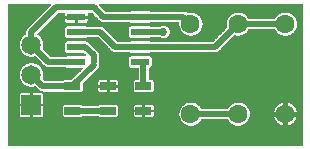
<source format=gtl>
%FSLAX33Y33*%
%MOMM*%
%AMRect-W670710-H1320710-RO0.500*
21,1,0.67071,1.32071,0.,0.,270*%
%AMRect-W1650000-H1650000-RO1.000*
21,1,1.65,1.65,0.,0.,180*%
%ADD10C,0.0508*%
%ADD11C,0.508*%
%ADD12C,0.68834*%
%ADD13C,1.6*%
%ADD14Rect-W670710-H1320710-RO0.500*%
%ADD15C,1.6*%
%ADD16R,1.55X0.6*%
%ADD17C,1.65*%
%ADD18Rect-W1650000-H1650000-RO1.000*%
D10*
%LNpour fill*%
G01*
X25475Y12475D02*
X25475Y12475D01*
X8276Y12475*
X8256Y12428*
X8795Y11889*
X10786Y11889*
X10820Y11909*
X10822Y11910*
X10853Y11923*
X10855Y11924*
X10888Y11932*
X10890Y11932*
X10924Y11935*
X10925Y11935*
X12476Y11935*
X12477Y11935*
X12510Y11932*
X12512Y11932*
X12545Y11924*
X12547Y11923*
X12578Y11910*
X12580Y11909*
X12614Y11889*
X15406Y11889*
X15407Y11889*
X15498Y11880*
X15501Y11879*
X15589Y11852*
X15591Y11851*
X15673Y11808*
X15675Y11806*
X15697Y11788*
X15874Y11832*
X15877Y11832*
X16123Y11832*
X16126Y11832*
X16364Y11773*
X16367Y11772*
X16584Y11658*
X16586Y11656*
X16770Y11494*
X16772Y11492*
X16911Y11290*
X16912Y11287*
X16999Y11058*
X17000Y11055*
X17030Y10812*
X17030Y10808*
X17000Y10565*
X16999Y10562*
X16912Y10333*
X16911Y10330*
X16772Y10128*
X16770Y10126*
X16586Y9964*
X16584Y9962*
X16367Y9848*
X16364Y9847*
X16126Y9788*
X16123Y9788*
X15877Y9788*
X15874Y9788*
X15636Y9847*
X15633Y9848*
X15416Y9962*
X15414Y9964*
X15230Y10126*
X15228Y10128*
X15089Y10330*
X15088Y10333*
X15001Y10562*
X15000Y10565*
X14970Y10808*
X14970Y10812*
X14984Y10921*
X12614Y10921*
X12580Y10901*
X12578Y10900*
X12547Y10887*
X12545Y10886*
X12512Y10878*
X12510Y10878*
X12477Y10875*
X12476Y10875*
X10925Y10875*
X10924Y10875*
X10890Y10878*
X10888Y10878*
X10855Y10886*
X10853Y10887*
X10822Y10900*
X10820Y10901*
X10786Y10921*
X8594Y10921*
X8593Y10921*
X8502Y10930*
X8499Y10931*
X8411Y10958*
X8409Y10959*
X8327Y11002*
X8325Y11004*
X8254Y11062*
X8253Y11063*
X7600Y11716*
X7305Y11716*
X7305Y11496*
X7290Y11481*
X7050Y11481*
X7050Y11329*
X7290Y11329*
X7305Y11314*
X7305Y11105*
X7305Y11104*
X7302Y11070*
X7302Y11068*
X7294Y11035*
X7293Y11033*
X7280Y11002*
X7279Y11000*
X7261Y10971*
X7260Y10969*
X7238Y10943*
X7237Y10942*
X7211Y10920*
X7209Y10919*
X7180Y10901*
X7178Y10900*
X7147Y10887*
X7145Y10886*
X7112Y10878*
X7110Y10878*
X7076Y10875*
X7075Y10875*
X6391Y10875*
X6376Y10890*
X6376Y11130*
X6224Y11130*
X6224Y10890*
X6209Y10875*
X5524Y10875*
X5523Y10875*
X5490Y10878*
X5488Y10878*
X5455Y10886*
X5453Y10887*
X5422Y10900*
X5420Y10901*
X5391Y10919*
X5389Y10920*
X5363Y10942*
X5362Y10943*
X5340Y10969*
X5339Y10971*
X5321Y11000*
X5320Y11002*
X5307Y11033*
X5306Y11035*
X5298Y11068*
X5298Y11070*
X5295Y11103*
X5295Y11104*
X5295Y11314*
X5310Y11329*
X5550Y11329*
X5550Y11481*
X5310Y11481*
X5295Y11496*
X5295Y11716*
X4800Y11716*
X3029Y9945*
X3098Y9909*
X3100Y9907*
X3288Y9740*
X3290Y9738*
X3433Y9531*
X3435Y9529*
X3524Y9294*
X3524Y9291*
X3555Y9042*
X3555Y9038*
X3524Y8789*
X3524Y8786*
X3500Y8724*
X4145Y8079*
X5386Y8079*
X5420Y8099*
X5422Y8100*
X5453Y8113*
X5455Y8114*
X5488Y8122*
X5490Y8122*
X5523Y8125*
X5524Y8125*
X7065Y8125*
X7084Y8172*
X6921Y8335*
X5524Y8335*
X5523Y8335*
X5490Y8338*
X5488Y8338*
X5455Y8346*
X5453Y8347*
X5422Y8360*
X5420Y8361*
X5391Y8379*
X5389Y8380*
X5363Y8402*
X5362Y8403*
X5340Y8429*
X5339Y8431*
X5321Y8460*
X5320Y8462*
X5307Y8493*
X5306Y8495*
X5298Y8528*
X5298Y8530*
X5295Y8563*
X5295Y8564*
X5295Y9166*
X5295Y9167*
X5298Y9200*
X5298Y9202*
X5306Y9235*
X5307Y9237*
X5320Y9268*
X5321Y9270*
X5339Y9299*
X5340Y9301*
X5362Y9327*
X5363Y9328*
X5389Y9350*
X5391Y9351*
X5420Y9369*
X5422Y9370*
X5453Y9383*
X5455Y9384*
X5488Y9392*
X5490Y9392*
X5523Y9395*
X5524Y9395*
X7075Y9395*
X7076Y9395*
X7110Y9392*
X7112Y9392*
X7145Y9384*
X7147Y9383*
X7178Y9370*
X7180Y9369*
X7209Y9351*
X7211Y9350*
X7237Y9328*
X7238Y9327*
X7247Y9316*
X7259Y9312*
X7261Y9311*
X7343Y9268*
X7345Y9266*
X7416Y9208*
X7416Y9207*
X8142Y8482*
X8143Y8481*
X8201Y8410*
X8203Y8408*
X8246Y8326*
X8247Y8324*
X8274Y8236*
X8275Y8233*
X8284Y8142*
X8284Y8141*
X8284Y7594*
X8284Y7593*
X8275Y7502*
X8274Y7499*
X8266Y7472*
X8274Y7446*
X8275Y7443*
X8284Y7351*
X8284Y7349*
X8275Y7257*
X8274Y7254*
X8247Y7166*
X8246Y7164*
X8203Y7082*
X8201Y7080*
X8143Y7009*
X8142Y7008*
X6890Y5756*
X6890Y5214*
X6890Y5213*
X6887Y5180*
X6887Y5178*
X6879Y5145*
X6878Y5143*
X6865Y5111*
X6864Y5110*
X6847Y5080*
X6846Y5079*
X6823Y5053*
X6822Y5052*
X6796Y5029*
X6795Y5028*
X6765Y5011*
X6764Y5010*
X6732Y4997*
X6730Y4996*
X6697Y4988*
X6695Y4988*
X6662Y4985*
X6661Y4985*
X5339Y4985*
X5338Y4985*
X5305Y4988*
X5303Y4988*
X5270Y4996*
X5268Y4997*
X5236Y5010*
X5235Y5011*
X5205Y5028*
X5204Y5029*
X5178Y5052*
X5177Y5053*
X5165Y5066*
X3449Y5066*
X3448Y5066*
X3403Y5071*
X3387Y5007*
X3428Y4990*
X3430Y4989*
X3459Y4971*
X3461Y4970*
X3487Y4948*
X3488Y4947*
X3510Y4921*
X3511Y4919*
X3529Y4890*
X3530Y4888*
X3543Y4857*
X3544Y4855*
X3552Y4822*
X3552Y4820*
X3555Y4786*
X3555Y4785*
X3555Y4051*
X3540Y4036*
X3300Y4036*
X3300Y3884*
X3540Y3884*
X3555Y3869*
X3555Y3135*
X3555Y3134*
X3552Y3100*
X3552Y3098*
X3544Y3065*
X3543Y3063*
X3530Y3032*
X3529Y3030*
X3511Y3001*
X3510Y2999*
X3488Y2973*
X3487Y2972*
X3461Y2950*
X3459Y2949*
X3430Y2931*
X3428Y2930*
X3397Y2917*
X3395Y2916*
X3362Y2908*
X3360Y2908*
X3327Y2905*
X3326Y2905*
X2591Y2905*
X2576Y2920*
X2576Y3160*
X2424Y3160*
X2424Y2920*
X2409Y2905*
X1674Y2905*
X1673Y2905*
X1640Y2908*
X1638Y2908*
X1605Y2916*
X1603Y2917*
X1572Y2930*
X1570Y2931*
X1541Y2949*
X1539Y2950*
X1513Y2972*
X1512Y2973*
X1490Y2999*
X1489Y3001*
X1471Y3030*
X1470Y3032*
X1457Y3063*
X1456Y3065*
X1448Y3098*
X1448Y3100*
X1445Y3133*
X1445Y3134*
X1445Y3869*
X1460Y3884*
X1700Y3884*
X1700Y4036*
X1460Y4036*
X1445Y4051*
X1445Y4786*
X1445Y4787*
X1448Y4820*
X1448Y4822*
X1456Y4855*
X1457Y4857*
X1470Y4888*
X1471Y4890*
X1489Y4919*
X1490Y4921*
X1512Y4947*
X1513Y4948*
X1539Y4970*
X1541Y4971*
X1570Y4989*
X1572Y4990*
X1603Y5003*
X1605Y5004*
X1638Y5012*
X1640Y5012*
X1674Y5015*
X1675Y5015*
X2409Y5015*
X2424Y5000*
X2424Y4760*
X2576Y4760*
X2576Y5000*
X2591Y5015*
X3333Y5015*
X3342Y5080*
X3266Y5103*
X3264Y5104*
X3182Y5147*
X3180Y5149*
X3109Y5207*
X3108Y5208*
X2817Y5500*
X2629Y5453*
X2626Y5453*
X2374Y5453*
X2371Y5453*
X2127Y5513*
X2125Y5514*
X1902Y5631*
X1900Y5633*
X1712Y5800*
X1710Y5802*
X1567Y6009*
X1565Y6011*
X1476Y6246*
X1476Y6249*
X1445Y6498*
X1445Y6502*
X1476Y6751*
X1476Y6754*
X1565Y6989*
X1567Y6991*
X1710Y7198*
X1712Y7200*
X1900Y7367*
X1902Y7369*
X2125Y7486*
X2127Y7487*
X2371Y7547*
X2374Y7547*
X2626Y7547*
X2629Y7547*
X2873Y7487*
X2875Y7486*
X3098Y7369*
X3100Y7367*
X3288Y7200*
X3290Y7198*
X3433Y6991*
X3435Y6989*
X3524Y6754*
X3524Y6751*
X3555Y6502*
X3555Y6498*
X3524Y6249*
X3524Y6246*
X3500Y6184*
X3650Y6034*
X5165Y6034*
X5177Y6047*
X5178Y6048*
X5204Y6071*
X5205Y6072*
X5235Y6089*
X5236Y6090*
X5268Y6103*
X5270Y6104*
X5303Y6112*
X5305Y6112*
X5338Y6115*
X5339Y6115*
X5881Y6115*
X6784Y7018*
X6765Y7065*
X5524Y7065*
X5523Y7065*
X5490Y7068*
X5488Y7068*
X5455Y7076*
X5453Y7077*
X5422Y7090*
X5420Y7091*
X5386Y7111*
X3944Y7111*
X3943Y7111*
X3852Y7120*
X3849Y7121*
X3761Y7148*
X3759Y7149*
X3677Y7192*
X3675Y7194*
X3604Y7252*
X3603Y7253*
X2817Y8040*
X2629Y7993*
X2626Y7993*
X2374Y7993*
X2371Y7993*
X2127Y8053*
X2125Y8054*
X1902Y8171*
X1900Y8173*
X1712Y8340*
X1710Y8342*
X1567Y8549*
X1565Y8551*
X1476Y8786*
X1476Y8789*
X1445Y9038*
X1445Y9042*
X1476Y9291*
X1476Y9294*
X1565Y9529*
X1567Y9531*
X1710Y9738*
X1712Y9740*
X1900Y9907*
X1902Y9909*
X2016Y9969*
X2016Y10101*
X2016Y10102*
X2025Y10193*
X2026Y10196*
X2053Y10284*
X2054Y10286*
X2097Y10368*
X2099Y10370*
X2157Y10441*
X2158Y10442*
X4144Y12428*
X4124Y12475*
X0525Y12475*
X0525Y0525*
X25475Y0525*
X25475Y12475*
X12477Y8335D02*
X12477Y8335D01*
X12510Y8338*
X12512Y8338*
X12545Y8346*
X12547Y8347*
X12578Y8360*
X12580Y8361*
X12614Y8381*
X18056Y8381*
X18057Y8381*
X18148Y8390*
X18151Y8391*
X18239Y8418*
X18241Y8419*
X18323Y8462*
X18325Y8464*
X18396Y8522*
X18397Y8523*
X19704Y9830*
X19874Y9788*
X19877Y9788*
X20123Y9788*
X20126Y9788*
X20364Y9847*
X20367Y9848*
X20584Y9962*
X20586Y9964*
X20770Y10126*
X20772Y10128*
X20908Y10326*
X23092Y10326*
X23228Y10128*
X23230Y10126*
X23414Y9964*
X23416Y9962*
X23633Y9848*
X23636Y9847*
X23874Y9788*
X23877Y9788*
X24123Y9788*
X24126Y9788*
X24364Y9847*
X24367Y9848*
X24584Y9962*
X24586Y9964*
X24770Y10126*
X24772Y10128*
X24911Y10330*
X24912Y10333*
X24999Y10562*
X25000Y10565*
X25030Y10808*
X25030Y10812*
X25000Y11055*
X24999Y11058*
X24912Y11287*
X24911Y11290*
X24772Y11492*
X24770Y11494*
X24586Y11656*
X24584Y11658*
X24367Y11772*
X24364Y11773*
X24126Y11832*
X24123Y11832*
X23877Y11832*
X23874Y11832*
X23636Y11773*
X23633Y11772*
X23416Y11658*
X23414Y11656*
X23230Y11494*
X23228Y11492*
X23092Y11294*
X20908Y11294*
X20772Y11492*
X20770Y11494*
X20586Y11656*
X20584Y11658*
X20367Y11772*
X20364Y11773*
X20126Y11832*
X20123Y11832*
X19877Y11832*
X19874Y11832*
X19636Y11773*
X19633Y11772*
X19416Y11658*
X19414Y11656*
X19230Y11494*
X19228Y11492*
X19089Y11290*
X19088Y11287*
X19001Y11058*
X19000Y11055*
X18970Y10812*
X18970Y10808*
X19000Y10565*
X19001Y10562*
X19019Y10513*
X17855Y9349*
X12614Y9349*
X12580Y9369*
X12578Y9370*
X12547Y9383*
X12545Y9384*
X12512Y9392*
X12510Y9392*
X12477Y9395*
X12476Y9395*
X10925Y9395*
X10924Y9395*
X10890Y9392*
X10888Y9392*
X10855Y9384*
X10853Y9383*
X10822Y9370*
X10820Y9369*
X10786Y9349*
X9810Y9349*
X8681Y10477*
X8680Y10478*
X8609Y10536*
X8607Y10538*
X8526Y10581*
X8524Y10582*
X8435Y10609*
X8433Y10610*
X8342Y10619*
X8340Y10619*
X7214Y10619*
X7180Y10639*
X7178Y10640*
X7147Y10653*
X7145Y10654*
X7112Y10662*
X7110Y10662*
X7076Y10665*
X7075Y10665*
X5524Y10665*
X5523Y10665*
X5490Y10662*
X5488Y10662*
X5455Y10654*
X5453Y10653*
X5422Y10640*
X5420Y10639*
X5391Y10621*
X5389Y10620*
X5363Y10598*
X5362Y10597*
X5340Y10571*
X5339Y10569*
X5321Y10540*
X5320Y10538*
X5307Y10507*
X5306Y10505*
X5298Y10472*
X5298Y10470*
X5295Y10437*
X5295Y10436*
X5295Y9834*
X5295Y9833*
X5298Y9800*
X5298Y9798*
X5306Y9765*
X5307Y9763*
X5320Y9732*
X5321Y9730*
X5339Y9701*
X5340Y9699*
X5362Y9673*
X5363Y9672*
X5389Y9650*
X5391Y9649*
X5420Y9631*
X5422Y9630*
X5453Y9617*
X5455Y9616*
X5488Y9608*
X5490Y9608*
X5523Y9605*
X5524Y9605*
X7075Y9605*
X7076Y9605*
X7110Y9608*
X7112Y9608*
X7145Y9616*
X7147Y9617*
X7178Y9630*
X7180Y9631*
X7214Y9651*
X8139Y9651*
X9268Y8523*
X9269Y8522*
X9340Y8464*
X9342Y8462*
X9423Y8419*
X9426Y8418*
X9514Y8391*
X9517Y8390*
X9608Y8381*
X9609Y8381*
X10786Y8381*
X10820Y8361*
X10822Y8360*
X10853Y8347*
X10855Y8346*
X10888Y8338*
X10890Y8338*
X10924Y8335*
X10925Y8335*
X12476Y8335*
X12477Y8335*
X13771Y9566D02*
X13771Y9566D01*
X13902Y9598*
X13905Y9599*
X14025Y9662*
X14027Y9664*
X14128Y9753*
X14131Y9756*
X14207Y9867*
X14209Y9870*
X14257Y9996*
X14257Y9999*
X14274Y10133*
X14274Y10137*
X14257Y10271*
X14257Y10274*
X14209Y10400*
X14207Y10403*
X14131Y10514*
X14128Y10517*
X14027Y10606*
X14025Y10608*
X13905Y10671*
X13902Y10672*
X13771Y10704*
X13768Y10705*
X13632Y10705*
X13629Y10704*
X13498Y10672*
X13495Y10671*
X13395Y10619*
X12614Y10619*
X12580Y10639*
X12578Y10640*
X12547Y10653*
X12545Y10654*
X12512Y10662*
X12510Y10662*
X12477Y10665*
X12476Y10665*
X10925Y10665*
X10924Y10665*
X10890Y10662*
X10888Y10662*
X10855Y10654*
X10853Y10653*
X10822Y10640*
X10820Y10639*
X10791Y10621*
X10789Y10620*
X10763Y10598*
X10762Y10597*
X10740Y10571*
X10739Y10569*
X10721Y10540*
X10720Y10538*
X10707Y10507*
X10706Y10505*
X10698Y10472*
X10698Y10470*
X10695Y10437*
X10695Y10436*
X10695Y9834*
X10695Y9833*
X10698Y9800*
X10698Y9798*
X10706Y9765*
X10707Y9763*
X10720Y9732*
X10721Y9730*
X10739Y9701*
X10740Y9699*
X10762Y9673*
X10763Y9672*
X10789Y9650*
X10791Y9649*
X10820Y9631*
X10822Y9630*
X10853Y9617*
X10855Y9616*
X10888Y9608*
X10890Y9608*
X10924Y9605*
X10925Y9605*
X12476Y9605*
X12477Y9605*
X12510Y9608*
X12512Y9608*
X12545Y9616*
X12547Y9617*
X12578Y9630*
X12580Y9631*
X12614Y9651*
X13395Y9651*
X13495Y9599*
X13498Y9598*
X13629Y9566*
X13632Y9565*
X13768Y9565*
X13771Y9566*
X12662Y4985D02*
X12662Y4985D01*
X12695Y4988*
X12697Y4988*
X12730Y4996*
X12732Y4997*
X12764Y5010*
X12765Y5011*
X12795Y5028*
X12796Y5029*
X12822Y5052*
X12823Y5053*
X12846Y5079*
X12847Y5080*
X12864Y5110*
X12865Y5111*
X12878Y5143*
X12879Y5145*
X12887Y5178*
X12887Y5180*
X12890Y5213*
X12890Y5214*
X12890Y5886*
X12890Y5887*
X12887Y5920*
X12887Y5922*
X12879Y5955*
X12878Y5957*
X12865Y5989*
X12864Y5990*
X12847Y6020*
X12846Y6021*
X12823Y6047*
X12822Y6048*
X12796Y6071*
X12795Y6072*
X12765Y6089*
X12764Y6090*
X12732Y6103*
X12730Y6104*
X12697Y6112*
X12695Y6112*
X12662Y6115*
X12661Y6115*
X12484Y6115*
X12484Y7062*
X12545Y7076*
X12547Y7077*
X12578Y7090*
X12580Y7091*
X12609Y7109*
X12611Y7110*
X12637Y7132*
X12638Y7133*
X12660Y7159*
X12661Y7161*
X12679Y7190*
X12680Y7192*
X12693Y7223*
X12694Y7225*
X12702Y7258*
X12702Y7260*
X12705Y7294*
X12705Y7295*
X12705Y7895*
X12705Y7896*
X12702Y7930*
X12702Y7932*
X12694Y7965*
X12693Y7967*
X12680Y7998*
X12679Y8000*
X12661Y8029*
X12660Y8031*
X12638Y8057*
X12637Y8058*
X12611Y8080*
X12609Y8081*
X12580Y8099*
X12578Y8100*
X12547Y8113*
X12545Y8114*
X12512Y8122*
X12510Y8122*
X12477Y8125*
X12476Y8125*
X10925Y8125*
X10924Y8125*
X10890Y8122*
X10888Y8122*
X10855Y8114*
X10853Y8113*
X10822Y8100*
X10820Y8099*
X10791Y8081*
X10789Y8080*
X10763Y8058*
X10762Y8057*
X10740Y8031*
X10739Y8029*
X10721Y8000*
X10720Y7998*
X10707Y7967*
X10706Y7965*
X10698Y7932*
X10698Y7930*
X10695Y7897*
X10695Y7896*
X10695Y7294*
X10695Y7293*
X10698Y7260*
X10698Y7258*
X10706Y7225*
X10707Y7223*
X10720Y7192*
X10721Y7190*
X10739Y7161*
X10740Y7159*
X10762Y7133*
X10763Y7132*
X10789Y7110*
X10791Y7109*
X10820Y7091*
X10822Y7090*
X10853Y7077*
X10855Y7076*
X10888Y7068*
X10890Y7068*
X10924Y7065*
X10925Y7065*
X11516Y7065*
X11516Y6115*
X11339Y6115*
X11338Y6115*
X11305Y6112*
X11303Y6112*
X11270Y6104*
X11268Y6103*
X11236Y6090*
X11235Y6089*
X11205Y6072*
X11204Y6071*
X11178Y6048*
X11177Y6047*
X11154Y6021*
X11153Y6020*
X11136Y5990*
X11135Y5989*
X11122Y5957*
X11121Y5955*
X11113Y5922*
X11113Y5920*
X11110Y5887*
X11110Y5886*
X11110Y5214*
X11110Y5213*
X11113Y5180*
X11113Y5178*
X11121Y5145*
X11122Y5143*
X11135Y5111*
X11136Y5110*
X11153Y5080*
X11154Y5079*
X11177Y5053*
X11178Y5052*
X11204Y5029*
X11205Y5028*
X11235Y5011*
X11236Y5010*
X11268Y4997*
X11270Y4996*
X11303Y4988*
X11305Y4988*
X11338Y4985*
X11339Y4985*
X12661Y4985*
X12662Y4985*
X8924Y5000D02*
X8924Y5000D01*
X8924Y5240*
X9076Y5240*
X9076Y5000*
X9091Y4985*
X9661Y4985*
X9662Y4985*
X9695Y4988*
X9697Y4988*
X9730Y4996*
X9732Y4997*
X9764Y5010*
X9765Y5011*
X9795Y5028*
X9796Y5029*
X9822Y5052*
X9823Y5053*
X9846Y5079*
X9847Y5080*
X9864Y5110*
X9865Y5111*
X9878Y5143*
X9879Y5145*
X9887Y5178*
X9887Y5180*
X9890Y5213*
X9890Y5214*
X9890Y5459*
X9875Y5474*
X9635Y5474*
X9635Y5626*
X9875Y5626*
X9890Y5641*
X9890Y5886*
X9890Y5887*
X9887Y5920*
X9887Y5922*
X9879Y5955*
X9878Y5957*
X9865Y5989*
X9864Y5990*
X9847Y6020*
X9846Y6021*
X9823Y6047*
X9822Y6048*
X9796Y6071*
X9795Y6072*
X9765Y6089*
X9764Y6090*
X9732Y6103*
X9730Y6104*
X9697Y6112*
X9695Y6112*
X9662Y6115*
X9661Y6115*
X9091Y6115*
X9076Y6100*
X9076Y5860*
X8924Y5860*
X8924Y6100*
X8909Y6115*
X8339Y6115*
X8338Y6115*
X8305Y6112*
X8303Y6112*
X8270Y6104*
X8268Y6103*
X8236Y6090*
X8235Y6089*
X8205Y6072*
X8204Y6071*
X8178Y6048*
X8177Y6047*
X8154Y6021*
X8153Y6020*
X8136Y5990*
X8135Y5989*
X8122Y5957*
X8121Y5955*
X8113Y5922*
X8113Y5920*
X8110Y5887*
X8110Y5886*
X8110Y5641*
X8125Y5626*
X8365Y5626*
X8365Y5474*
X8125Y5474*
X8110Y5459*
X8110Y5214*
X8110Y5213*
X8113Y5180*
X8113Y5178*
X8121Y5145*
X8122Y5143*
X8135Y5111*
X8136Y5110*
X8153Y5080*
X8154Y5079*
X8177Y5053*
X8178Y5052*
X8204Y5029*
X8205Y5028*
X8235Y5011*
X8236Y5010*
X8268Y4997*
X8270Y4996*
X8303Y4988*
X8305Y4988*
X8338Y4985*
X8339Y4985*
X8909Y4985*
X8924Y5000*
X16126Y2168D02*
X16126Y2168D01*
X16364Y2227*
X16367Y2228*
X16584Y2342*
X16586Y2344*
X16770Y2506*
X16772Y2508*
X16908Y2706*
X19092Y2706*
X19228Y2508*
X19230Y2506*
X19414Y2344*
X19416Y2342*
X19633Y2228*
X19636Y2227*
X19874Y2168*
X19877Y2168*
X20123Y2168*
X20126Y2168*
X20364Y2227*
X20367Y2228*
X20584Y2342*
X20586Y2344*
X20770Y2506*
X20772Y2508*
X20911Y2710*
X20912Y2713*
X20999Y2942*
X21000Y2945*
X21030Y3188*
X21030Y3192*
X21000Y3435*
X20999Y3438*
X20912Y3667*
X20911Y3670*
X20772Y3872*
X20770Y3874*
X20586Y4036*
X20584Y4038*
X20367Y4152*
X20364Y4153*
X20126Y4212*
X20123Y4212*
X19877Y4212*
X19874Y4212*
X19636Y4153*
X19633Y4152*
X19416Y4038*
X19414Y4036*
X19230Y3874*
X19228Y3872*
X19092Y3674*
X16908Y3674*
X16772Y3872*
X16770Y3874*
X16586Y4036*
X16584Y4038*
X16367Y4152*
X16364Y4153*
X16126Y4212*
X16123Y4212*
X15877Y4212*
X15874Y4212*
X15636Y4153*
X15633Y4152*
X15416Y4038*
X15414Y4036*
X15230Y3874*
X15228Y3872*
X15089Y3670*
X15088Y3667*
X15001Y3438*
X15000Y3435*
X14970Y3192*
X14970Y3188*
X15000Y2945*
X15001Y2942*
X15088Y2713*
X15089Y2710*
X15228Y2508*
X15230Y2506*
X15414Y2344*
X15416Y2342*
X15633Y2228*
X15636Y2227*
X15874Y2168*
X15877Y2168*
X16123Y2168*
X16126Y2168*
X24364Y2227D02*
X24364Y2227D01*
X24367Y2228*
X24584Y2342*
X24586Y2344*
X24770Y2506*
X24772Y2508*
X24911Y2710*
X24912Y2713*
X24999Y2942*
X25000Y2945*
X25007Y2998*
X24991Y3015*
X24775Y3015*
X24775Y3365*
X24991Y3365*
X25007Y3382*
X25000Y3435*
X24999Y3438*
X24912Y3667*
X24911Y3670*
X24772Y3872*
X24770Y3874*
X24586Y4036*
X24584Y4038*
X24367Y4152*
X24364Y4153*
X24194Y4195*
X24175Y4180*
X24175Y3959*
X23825Y3959*
X23825Y4180*
X23806Y4195*
X23636Y4153*
X23633Y4152*
X23416Y4038*
X23414Y4036*
X23230Y3874*
X23228Y3872*
X23089Y3670*
X23088Y3667*
X23001Y3438*
X23000Y3435*
X22993Y3382*
X23009Y3365*
X23225Y3365*
X23225Y3015*
X23009Y3015*
X22993Y2998*
X23000Y2945*
X23001Y2942*
X23088Y2713*
X23089Y2710*
X23228Y2508*
X23230Y2506*
X23414Y2344*
X23416Y2342*
X23633Y2228*
X23636Y2227*
X23806Y2185*
X23825Y2200*
X23825Y2421*
X24175Y2421*
X24175Y2200*
X24194Y2185*
X24364Y2227*
X6662Y2885D02*
X6662Y2885D01*
X6695Y2888*
X6697Y2888*
X6730Y2896*
X6732Y2897*
X6764Y2910*
X6765Y2911*
X6795Y2928*
X6796Y2929*
X6822Y2952*
X6823Y2953*
X6835Y2966*
X8165Y2966*
X8177Y2953*
X8178Y2952*
X8204Y2929*
X8205Y2928*
X8235Y2911*
X8236Y2910*
X8268Y2897*
X8270Y2896*
X8303Y2888*
X8305Y2888*
X8338Y2885*
X8339Y2885*
X9661Y2885*
X9662Y2885*
X9695Y2888*
X9697Y2888*
X9730Y2896*
X9732Y2897*
X9764Y2910*
X9765Y2911*
X9795Y2928*
X9796Y2929*
X9822Y2952*
X9823Y2953*
X9846Y2979*
X9847Y2980*
X9864Y3010*
X9865Y3011*
X9878Y3043*
X9879Y3045*
X9887Y3078*
X9887Y3080*
X9890Y3113*
X9890Y3114*
X9890Y3786*
X9890Y3787*
X9887Y3820*
X9887Y3822*
X9879Y3855*
X9878Y3857*
X9865Y3889*
X9864Y3890*
X9847Y3920*
X9846Y3921*
X9823Y3947*
X9822Y3948*
X9796Y3971*
X9795Y3972*
X9765Y3989*
X9764Y3990*
X9732Y4003*
X9730Y4004*
X9697Y4012*
X9695Y4012*
X9662Y4015*
X9661Y4015*
X8339Y4015*
X8338Y4015*
X8305Y4012*
X8303Y4012*
X8270Y4004*
X8268Y4003*
X8236Y3990*
X8235Y3989*
X8205Y3972*
X8204Y3971*
X8178Y3948*
X8177Y3947*
X8165Y3934*
X6835Y3934*
X6823Y3947*
X6822Y3948*
X6796Y3971*
X6795Y3972*
X6765Y3989*
X6764Y3990*
X6732Y4003*
X6730Y4004*
X6697Y4012*
X6695Y4012*
X6662Y4015*
X6661Y4015*
X5339Y4015*
X5338Y4015*
X5305Y4012*
X5303Y4012*
X5270Y4004*
X5268Y4003*
X5236Y3990*
X5235Y3989*
X5205Y3972*
X5204Y3971*
X5178Y3948*
X5177Y3947*
X5154Y3921*
X5153Y3920*
X5136Y3890*
X5135Y3889*
X5122Y3857*
X5121Y3855*
X5113Y3822*
X5113Y3820*
X5110Y3787*
X5110Y3786*
X5110Y3114*
X5110Y3113*
X5113Y3080*
X5113Y3078*
X5121Y3045*
X5122Y3043*
X5135Y3011*
X5136Y3010*
X5153Y2980*
X5154Y2979*
X5177Y2953*
X5178Y2952*
X5204Y2929*
X5205Y2928*
X5235Y2911*
X5236Y2910*
X5268Y2897*
X5270Y2896*
X5303Y2888*
X5305Y2888*
X5338Y2885*
X5339Y2885*
X6661Y2885*
X6662Y2885*
X11924Y2900D02*
X11924Y2900D01*
X11924Y3140*
X12076Y3140*
X12076Y2900*
X12091Y2885*
X12661Y2885*
X12662Y2885*
X12695Y2888*
X12697Y2888*
X12730Y2896*
X12732Y2897*
X12764Y2910*
X12765Y2911*
X12795Y2928*
X12796Y2929*
X12822Y2952*
X12823Y2953*
X12846Y2979*
X12847Y2980*
X12864Y3010*
X12865Y3011*
X12878Y3043*
X12879Y3045*
X12887Y3078*
X12887Y3080*
X12890Y3113*
X12890Y3114*
X12890Y3359*
X12875Y3374*
X12635Y3374*
X12635Y3526*
X12875Y3526*
X12890Y3541*
X12890Y3786*
X12890Y3787*
X12887Y3820*
X12887Y3822*
X12879Y3855*
X12878Y3857*
X12865Y3889*
X12864Y3890*
X12847Y3920*
X12846Y3921*
X12823Y3947*
X12822Y3948*
X12796Y3971*
X12795Y3972*
X12765Y3989*
X12764Y3990*
X12732Y4003*
X12730Y4004*
X12697Y4012*
X12695Y4012*
X12662Y4015*
X12661Y4015*
X12091Y4015*
X12076Y4000*
X12076Y3760*
X11924Y3760*
X11924Y4000*
X11909Y4015*
X11339Y4015*
X11338Y4015*
X11305Y4012*
X11303Y4012*
X11270Y4004*
X11268Y4003*
X11236Y3990*
X11235Y3989*
X11205Y3972*
X11204Y3971*
X11178Y3948*
X11177Y3947*
X11154Y3921*
X11153Y3920*
X11136Y3890*
X11135Y3889*
X11122Y3857*
X11121Y3855*
X11113Y3822*
X11113Y3820*
X11110Y3787*
X11110Y3786*
X11110Y3541*
X11125Y3526*
X11365Y3526*
X11365Y3374*
X11125Y3374*
X11110Y3359*
X11110Y3114*
X11110Y3113*
X11113Y3080*
X11113Y3078*
X11121Y3045*
X11122Y3043*
X11135Y3011*
X11136Y3010*
X11153Y2980*
X11154Y2979*
X11177Y2953*
X11178Y2952*
X11204Y2929*
X11205Y2928*
X11235Y2911*
X11236Y2910*
X11268Y2897*
X11270Y2896*
X11303Y2888*
X11305Y2888*
X11338Y2885*
X11339Y2885*
X11909Y2885*
X11924Y2900*
X0525Y0550D02*
X25475Y0550D01*
X0525Y0599D02*
X25475Y0599D01*
X0525Y0649D02*
X25475Y0649D01*
X0525Y0698D02*
X25475Y0698D01*
X0525Y0748D02*
X25475Y0748D01*
X0525Y0797D02*
X25475Y0797D01*
X0525Y0847D02*
X25475Y0847D01*
X0525Y0896D02*
X25475Y0896D01*
X0525Y0946D02*
X25475Y0946D01*
X0525Y0995D02*
X25475Y0995D01*
X0525Y1045D02*
X25475Y1045D01*
X0525Y1094D02*
X25475Y1094D01*
X0525Y1144D02*
X25475Y1144D01*
X0525Y1193D02*
X25475Y1193D01*
X0525Y1243D02*
X25475Y1243D01*
X0525Y1292D02*
X25475Y1292D01*
X0525Y1342D02*
X25475Y1342D01*
X0525Y1392D02*
X25475Y1392D01*
X0525Y1441D02*
X25475Y1441D01*
X0525Y1491D02*
X25475Y1491D01*
X0525Y1540D02*
X25475Y1540D01*
X0525Y1590D02*
X25475Y1590D01*
X0525Y1639D02*
X25475Y1639D01*
X0525Y1689D02*
X25475Y1689D01*
X0525Y1738D02*
X25475Y1738D01*
X0525Y1788D02*
X25475Y1788D01*
X0525Y1837D02*
X25475Y1837D01*
X0525Y1887D02*
X25475Y1887D01*
X0525Y1936D02*
X25475Y1936D01*
X0525Y1986D02*
X25475Y1986D01*
X0525Y2035D02*
X25475Y2035D01*
X0525Y2085D02*
X25475Y2085D01*
X0525Y2134D02*
X25475Y2134D01*
X0525Y2184D02*
X15810Y2184D01*
X16190Y2184D02*
X19810Y2184D01*
X20190Y2184D02*
X25475Y2184D01*
X0525Y2234D02*
X15623Y2234D01*
X16377Y2234D02*
X19623Y2234D01*
X20377Y2234D02*
X23623Y2234D01*
X23825Y2234D02*
X24175Y2234D01*
X24377Y2234D02*
X25475Y2234D01*
X0525Y2283D02*
X15528Y2283D01*
X16472Y2283D02*
X19528Y2283D01*
X20472Y2283D02*
X23528Y2283D01*
X23825Y2283D02*
X24175Y2283D01*
X24472Y2283D02*
X25475Y2283D01*
X0525Y2333D02*
X15434Y2333D01*
X16566Y2333D02*
X19434Y2333D01*
X20566Y2333D02*
X23434Y2333D01*
X23825Y2333D02*
X24175Y2333D01*
X24566Y2333D02*
X25475Y2333D01*
X0525Y2382D02*
X15370Y2382D01*
X16630Y2382D02*
X19370Y2382D01*
X20630Y2382D02*
X23370Y2382D01*
X23825Y2382D02*
X24175Y2382D01*
X24630Y2382D02*
X25475Y2382D01*
X0525Y2432D02*
X15314Y2432D01*
X16686Y2432D02*
X19314Y2432D01*
X20686Y2432D02*
X23314Y2432D01*
X24686Y2432D02*
X25475Y2432D01*
X0525Y2481D02*
X15258Y2481D01*
X16742Y2481D02*
X19258Y2481D01*
X20742Y2481D02*
X23258Y2481D01*
X24742Y2481D02*
X25475Y2481D01*
X0525Y2531D02*
X15213Y2531D01*
X16787Y2531D02*
X19213Y2531D01*
X20787Y2531D02*
X23213Y2531D01*
X24787Y2531D02*
X25475Y2531D01*
X0525Y2580D02*
X15179Y2580D01*
X16821Y2580D02*
X19179Y2580D01*
X20821Y2580D02*
X23179Y2580D01*
X24821Y2580D02*
X25475Y2580D01*
X0525Y2630D02*
X15145Y2630D01*
X16855Y2630D02*
X19145Y2630D01*
X20855Y2630D02*
X23145Y2630D01*
X24855Y2630D02*
X25475Y2630D01*
X0525Y2679D02*
X15110Y2679D01*
X16890Y2679D02*
X19110Y2679D01*
X20890Y2679D02*
X23110Y2679D01*
X24890Y2679D02*
X25475Y2679D01*
X0525Y2729D02*
X15082Y2729D01*
X20918Y2729D02*
X23082Y2729D01*
X24918Y2729D02*
X25475Y2729D01*
X0525Y2778D02*
X15063Y2778D01*
X20937Y2778D02*
X23063Y2778D01*
X24937Y2778D02*
X25475Y2778D01*
X0525Y2828D02*
X15044Y2828D01*
X20956Y2828D02*
X23044Y2828D01*
X24956Y2828D02*
X25475Y2828D01*
X0525Y2877D02*
X15025Y2877D01*
X20975Y2877D02*
X23025Y2877D01*
X24975Y2877D02*
X25475Y2877D01*
X0525Y2927D02*
X1579Y2927D01*
X2424Y2927D02*
X2576Y2927D01*
X3421Y2927D02*
X5208Y2927D01*
X6792Y2927D02*
X8208Y2927D01*
X9792Y2927D02*
X11208Y2927D01*
X11924Y2927D02*
X12076Y2927D01*
X12792Y2927D02*
X15006Y2927D01*
X20994Y2927D02*
X23006Y2927D01*
X24994Y2927D02*
X25475Y2927D01*
X0525Y2977D02*
X1509Y2977D01*
X2424Y2977D02*
X2576Y2977D01*
X3491Y2977D02*
X5157Y2977D01*
X9843Y2977D02*
X11157Y2977D01*
X11924Y2977D02*
X12076Y2977D01*
X12843Y2977D02*
X14996Y2977D01*
X21004Y2977D02*
X22996Y2977D01*
X25004Y2977D02*
X25475Y2977D01*
X0525Y3026D02*
X1473Y3026D01*
X2424Y3026D02*
X2576Y3026D01*
X3527Y3026D02*
X5129Y3026D01*
X9871Y3026D02*
X11129Y3026D01*
X11924Y3026D02*
X12076Y3026D01*
X12871Y3026D02*
X14990Y3026D01*
X21010Y3026D02*
X23225Y3026D01*
X24775Y3026D02*
X25475Y3026D01*
X0525Y3076D02*
X1454Y3076D01*
X2424Y3076D02*
X2576Y3076D01*
X3546Y3076D02*
X5114Y3076D01*
X9886Y3076D02*
X11114Y3076D01*
X11924Y3076D02*
X12076Y3076D01*
X12886Y3076D02*
X14984Y3076D01*
X21016Y3076D02*
X23225Y3076D01*
X24775Y3076D02*
X25475Y3076D01*
X0525Y3125D02*
X1446Y3125D01*
X2424Y3125D02*
X2576Y3125D01*
X3554Y3125D02*
X5110Y3125D01*
X9890Y3125D02*
X11110Y3125D01*
X11924Y3125D02*
X12076Y3125D01*
X12890Y3125D02*
X14978Y3125D01*
X21022Y3125D02*
X23225Y3125D01*
X24775Y3125D02*
X25475Y3125D01*
X0525Y3175D02*
X1445Y3175D01*
X3555Y3175D02*
X5110Y3175D01*
X9890Y3175D02*
X11110Y3175D01*
X12890Y3175D02*
X14972Y3175D01*
X21028Y3175D02*
X23225Y3175D01*
X24775Y3175D02*
X25475Y3175D01*
X0525Y3224D02*
X1445Y3224D01*
X3555Y3224D02*
X5110Y3224D01*
X9890Y3224D02*
X11110Y3224D01*
X12890Y3224D02*
X14974Y3224D01*
X21026Y3224D02*
X23225Y3224D01*
X24775Y3224D02*
X25475Y3224D01*
X0525Y3274D02*
X1445Y3274D01*
X3555Y3274D02*
X5110Y3274D01*
X9890Y3274D02*
X11110Y3274D01*
X12890Y3274D02*
X14980Y3274D01*
X21020Y3274D02*
X23225Y3274D01*
X24775Y3274D02*
X25475Y3274D01*
X0525Y3323D02*
X1445Y3323D01*
X3555Y3323D02*
X5110Y3323D01*
X9890Y3323D02*
X11110Y3323D01*
X12890Y3323D02*
X14986Y3323D01*
X21014Y3323D02*
X23225Y3323D01*
X24775Y3323D02*
X25475Y3323D01*
X0525Y3373D02*
X1445Y3373D01*
X3555Y3373D02*
X5110Y3373D01*
X9890Y3373D02*
X11124Y3373D01*
X12876Y3373D02*
X14992Y3373D01*
X21008Y3373D02*
X23001Y3373D01*
X24999Y3373D02*
X25475Y3373D01*
X0525Y3422D02*
X1445Y3422D01*
X3555Y3422D02*
X5110Y3422D01*
X9890Y3422D02*
X11365Y3422D01*
X12635Y3422D02*
X14998Y3422D01*
X21002Y3422D02*
X22998Y3422D01*
X25002Y3422D02*
X25475Y3422D01*
X0525Y3472D02*
X1445Y3472D01*
X3555Y3472D02*
X5110Y3472D01*
X9890Y3472D02*
X11365Y3472D01*
X12635Y3472D02*
X15014Y3472D01*
X20986Y3472D02*
X23014Y3472D01*
X24986Y3472D02*
X25475Y3472D01*
X0525Y3521D02*
X1445Y3521D01*
X3555Y3521D02*
X5110Y3521D01*
X9890Y3521D02*
X11365Y3521D01*
X12635Y3521D02*
X15032Y3521D01*
X20968Y3521D02*
X23032Y3521D01*
X24968Y3521D02*
X25475Y3521D01*
X0525Y3571D02*
X1445Y3571D01*
X3555Y3571D02*
X5110Y3571D01*
X9890Y3571D02*
X11110Y3571D01*
X12890Y3571D02*
X15051Y3571D01*
X20949Y3571D02*
X23051Y3571D01*
X24949Y3571D02*
X25475Y3571D01*
X0525Y3620D02*
X1445Y3620D01*
X3555Y3620D02*
X5110Y3620D01*
X9890Y3620D02*
X11110Y3620D01*
X12890Y3620D02*
X15070Y3620D01*
X20930Y3620D02*
X23070Y3620D01*
X24930Y3620D02*
X25475Y3620D01*
X0525Y3670D02*
X1445Y3670D01*
X3555Y3670D02*
X5110Y3670D01*
X9890Y3670D02*
X11110Y3670D01*
X12890Y3670D02*
X15089Y3670D01*
X20911Y3670D02*
X23089Y3670D01*
X24911Y3670D02*
X25475Y3670D01*
X0525Y3719D02*
X1445Y3719D01*
X3555Y3719D02*
X5110Y3719D01*
X9890Y3719D02*
X11110Y3719D01*
X12890Y3719D02*
X15123Y3719D01*
X16877Y3719D02*
X19123Y3719D01*
X20877Y3719D02*
X23123Y3719D01*
X24877Y3719D02*
X25475Y3719D01*
X0525Y3769D02*
X1445Y3769D01*
X3555Y3769D02*
X5110Y3769D01*
X9890Y3769D02*
X11110Y3769D01*
X11924Y3769D02*
X12076Y3769D01*
X12890Y3769D02*
X15157Y3769D01*
X16843Y3769D02*
X19157Y3769D01*
X20843Y3769D02*
X23157Y3769D01*
X24843Y3769D02*
X25475Y3769D01*
X0525Y3819D02*
X1445Y3819D01*
X3555Y3819D02*
X5113Y3819D01*
X9887Y3819D02*
X11113Y3819D01*
X11924Y3819D02*
X12076Y3819D01*
X12887Y3819D02*
X15192Y3819D01*
X16808Y3819D02*
X19192Y3819D01*
X20808Y3819D02*
X23192Y3819D01*
X24808Y3819D02*
X25475Y3819D01*
X0525Y3868D02*
X1445Y3868D01*
X3555Y3868D02*
X5126Y3868D01*
X9874Y3868D02*
X11126Y3868D01*
X11924Y3868D02*
X12076Y3868D01*
X12874Y3868D02*
X15226Y3868D01*
X16774Y3868D02*
X19226Y3868D01*
X20774Y3868D02*
X23226Y3868D01*
X24774Y3868D02*
X25475Y3868D01*
X0525Y3918D02*
X1700Y3918D01*
X3300Y3918D02*
X5152Y3918D01*
X9848Y3918D02*
X11152Y3918D01*
X11924Y3918D02*
X12076Y3918D01*
X12848Y3918D02*
X15280Y3918D01*
X16720Y3918D02*
X19280Y3918D01*
X20720Y3918D02*
X23280Y3918D01*
X24720Y3918D02*
X25475Y3918D01*
X0525Y3967D02*
X1700Y3967D01*
X3300Y3967D02*
X5200Y3967D01*
X6800Y3967D02*
X8200Y3967D01*
X9800Y3967D02*
X11200Y3967D01*
X11924Y3967D02*
X12076Y3967D01*
X12800Y3967D02*
X15336Y3967D01*
X16664Y3967D02*
X19336Y3967D01*
X20664Y3967D02*
X23336Y3967D01*
X23825Y3967D02*
X24175Y3967D01*
X24664Y3967D02*
X25475Y3967D01*
X0525Y4017D02*
X1700Y4017D01*
X3300Y4017D02*
X15391Y4017D01*
X16609Y4017D02*
X19391Y4017D01*
X20609Y4017D02*
X23391Y4017D01*
X23825Y4017D02*
X24175Y4017D01*
X24609Y4017D02*
X25475Y4017D01*
X0525Y4066D02*
X1445Y4066D01*
X3555Y4066D02*
X15470Y4066D01*
X16530Y4066D02*
X19470Y4066D01*
X20530Y4066D02*
X23470Y4066D01*
X23825Y4066D02*
X24175Y4066D01*
X24530Y4066D02*
X25475Y4066D01*
X0525Y4116D02*
X1445Y4116D01*
X3555Y4116D02*
X15564Y4116D01*
X16436Y4116D02*
X19564Y4116D01*
X20436Y4116D02*
X23564Y4116D01*
X23825Y4116D02*
X24175Y4116D01*
X24436Y4116D02*
X25475Y4116D01*
X0525Y4165D02*
X1445Y4165D01*
X3555Y4165D02*
X15685Y4165D01*
X16315Y4165D02*
X19685Y4165D01*
X20315Y4165D02*
X23685Y4165D01*
X23825Y4165D02*
X24175Y4165D01*
X24315Y4165D02*
X25475Y4165D01*
X0525Y4215D02*
X1445Y4215D01*
X3555Y4215D02*
X25475Y4215D01*
X0525Y4264D02*
X1445Y4264D01*
X3555Y4264D02*
X25475Y4264D01*
X0525Y4314D02*
X1445Y4314D01*
X3555Y4314D02*
X25475Y4314D01*
X0525Y4363D02*
X1445Y4363D01*
X3555Y4363D02*
X25475Y4363D01*
X0525Y4413D02*
X1445Y4413D01*
X3555Y4413D02*
X25475Y4413D01*
X0525Y4462D02*
X1445Y4462D01*
X3555Y4462D02*
X25475Y4462D01*
X0525Y4512D02*
X1445Y4512D01*
X3555Y4512D02*
X25475Y4512D01*
X0525Y4561D02*
X1445Y4561D01*
X3555Y4561D02*
X25475Y4561D01*
X0525Y4611D02*
X1445Y4611D01*
X3555Y4611D02*
X25475Y4611D01*
X0525Y4661D02*
X1445Y4661D01*
X3555Y4661D02*
X25475Y4661D01*
X0525Y4710D02*
X1445Y4710D01*
X3555Y4710D02*
X25475Y4710D01*
X0525Y4760D02*
X1445Y4760D01*
X3555Y4760D02*
X25475Y4760D01*
X0525Y4809D02*
X1447Y4809D01*
X2424Y4809D02*
X2576Y4809D01*
X3553Y4809D02*
X25475Y4809D01*
X0525Y4859D02*
X1458Y4859D01*
X2424Y4859D02*
X2576Y4859D01*
X3542Y4859D02*
X25475Y4859D01*
X0525Y4908D02*
X1482Y4908D01*
X2424Y4908D02*
X2576Y4908D01*
X3518Y4908D02*
X25475Y4908D01*
X0525Y4958D02*
X1525Y4958D01*
X2424Y4958D02*
X2576Y4958D01*
X3475Y4958D02*
X25475Y4958D01*
X0525Y5007D02*
X1620Y5007D01*
X2416Y5007D02*
X2584Y5007D01*
X3387Y5007D02*
X5242Y5007D01*
X6758Y5007D02*
X8242Y5007D01*
X8924Y5007D02*
X9076Y5007D01*
X9758Y5007D02*
X11242Y5007D01*
X12758Y5007D02*
X25475Y5007D01*
X0525Y5057D02*
X3339Y5057D01*
X3399Y5057D02*
X5173Y5057D01*
X6827Y5057D02*
X8173Y5057D01*
X8924Y5057D02*
X9076Y5057D01*
X9827Y5057D02*
X11173Y5057D01*
X12827Y5057D02*
X25475Y5057D01*
X0525Y5106D02*
X3259Y5106D01*
X6862Y5106D02*
X8138Y5106D01*
X8924Y5106D02*
X9076Y5106D01*
X9862Y5106D02*
X11138Y5106D01*
X12862Y5106D02*
X25475Y5106D01*
X0525Y5156D02*
X3171Y5156D01*
X6882Y5156D02*
X8118Y5156D01*
X8924Y5156D02*
X9076Y5156D01*
X9882Y5156D02*
X11118Y5156D01*
X12882Y5156D02*
X25475Y5156D01*
X0525Y5205D02*
X3111Y5205D01*
X6889Y5205D02*
X8111Y5205D01*
X8924Y5205D02*
X9076Y5205D01*
X9889Y5205D02*
X11111Y5205D01*
X12889Y5205D02*
X25475Y5205D01*
X0525Y5255D02*
X3061Y5255D01*
X6890Y5255D02*
X8110Y5255D01*
X9890Y5255D02*
X11110Y5255D01*
X12890Y5255D02*
X25475Y5255D01*
X0525Y5304D02*
X3012Y5304D01*
X6890Y5304D02*
X8110Y5304D01*
X9890Y5304D02*
X11110Y5304D01*
X12890Y5304D02*
X25475Y5304D01*
X0525Y5354D02*
X2962Y5354D01*
X6890Y5354D02*
X8110Y5354D01*
X9890Y5354D02*
X11110Y5354D01*
X12890Y5354D02*
X25475Y5354D01*
X0525Y5403D02*
X2913Y5403D01*
X6890Y5403D02*
X8110Y5403D01*
X9890Y5403D02*
X11110Y5403D01*
X12890Y5403D02*
X25475Y5403D01*
X0525Y5453D02*
X2374Y5453D01*
X2626Y5453D02*
X2863Y5453D01*
X6890Y5453D02*
X8110Y5453D01*
X9890Y5453D02*
X11110Y5453D01*
X12890Y5453D02*
X25475Y5453D01*
X0525Y5503D02*
X2172Y5503D01*
X6890Y5503D02*
X8365Y5503D01*
X9635Y5503D02*
X11110Y5503D01*
X12890Y5503D02*
X25475Y5503D01*
X0525Y5552D02*
X2053Y5552D01*
X6890Y5552D02*
X8365Y5552D01*
X9635Y5552D02*
X11110Y5552D01*
X12890Y5552D02*
X25475Y5552D01*
X0525Y5602D02*
X1959Y5602D01*
X6890Y5602D02*
X8365Y5602D01*
X9635Y5602D02*
X11110Y5602D01*
X12890Y5602D02*
X25475Y5602D01*
X0525Y5651D02*
X1879Y5651D01*
X6890Y5651D02*
X8110Y5651D01*
X9890Y5651D02*
X11110Y5651D01*
X12890Y5651D02*
X25475Y5651D01*
X0525Y5701D02*
X1823Y5701D01*
X6890Y5701D02*
X8110Y5701D01*
X9890Y5701D02*
X11110Y5701D01*
X12890Y5701D02*
X25475Y5701D01*
X0525Y5750D02*
X1767Y5750D01*
X6890Y5750D02*
X8110Y5750D01*
X9890Y5750D02*
X11110Y5750D01*
X12890Y5750D02*
X25475Y5750D01*
X0525Y5800D02*
X1711Y5800D01*
X6934Y5800D02*
X8110Y5800D01*
X9890Y5800D02*
X11110Y5800D01*
X12890Y5800D02*
X25475Y5800D01*
X0525Y5849D02*
X1677Y5849D01*
X6983Y5849D02*
X8110Y5849D01*
X9890Y5849D02*
X11110Y5849D01*
X12890Y5849D02*
X25475Y5849D01*
X0525Y5899D02*
X1643Y5899D01*
X7033Y5899D02*
X8111Y5899D01*
X8924Y5899D02*
X9076Y5899D01*
X9889Y5899D02*
X11111Y5899D01*
X12889Y5899D02*
X25475Y5899D01*
X0525Y5948D02*
X1608Y5948D01*
X7082Y5948D02*
X8119Y5948D01*
X8924Y5948D02*
X9076Y5948D01*
X9881Y5948D02*
X11119Y5948D01*
X12881Y5948D02*
X25475Y5948D01*
X0525Y5998D02*
X1574Y5998D01*
X7132Y5998D02*
X8140Y5998D01*
X8924Y5998D02*
X9076Y5998D01*
X9860Y5998D02*
X11140Y5998D01*
X12860Y5998D02*
X25475Y5998D01*
X0525Y6047D02*
X1552Y6047D01*
X3637Y6047D02*
X5177Y6047D01*
X7181Y6047D02*
X8177Y6047D01*
X8924Y6047D02*
X9076Y6047D01*
X9823Y6047D02*
X11177Y6047D01*
X12823Y6047D02*
X25475Y6047D01*
X0525Y6097D02*
X1533Y6097D01*
X3587Y6097D02*
X5252Y6097D01*
X7231Y6097D02*
X8252Y6097D01*
X8924Y6097D02*
X9076Y6097D01*
X9748Y6097D02*
X11252Y6097D01*
X12748Y6097D02*
X25475Y6097D01*
X0525Y6146D02*
X1514Y6146D01*
X3537Y6146D02*
X5913Y6146D01*
X7280Y6146D02*
X11516Y6146D01*
X12484Y6146D02*
X25475Y6146D01*
X0525Y6196D02*
X1495Y6196D01*
X3505Y6196D02*
X5962Y6196D01*
X7330Y6196D02*
X11516Y6196D01*
X12484Y6196D02*
X25475Y6196D01*
X0525Y6245D02*
X1477Y6245D01*
X3523Y6245D02*
X6012Y6245D01*
X7379Y6245D02*
X11516Y6245D01*
X12484Y6245D02*
X25475Y6245D01*
X0525Y6295D02*
X1470Y6295D01*
X3530Y6295D02*
X6061Y6295D01*
X7429Y6295D02*
X11516Y6295D01*
X12484Y6295D02*
X25475Y6295D01*
X0525Y6345D02*
X1464Y6345D01*
X3536Y6345D02*
X6111Y6345D01*
X7478Y6345D02*
X11516Y6345D01*
X12484Y6345D02*
X25475Y6345D01*
X0525Y6394D02*
X1458Y6394D01*
X3542Y6394D02*
X6160Y6394D01*
X7528Y6394D02*
X11516Y6394D01*
X12484Y6394D02*
X25475Y6394D01*
X0525Y6444D02*
X1452Y6444D01*
X3548Y6444D02*
X6210Y6444D01*
X7578Y6444D02*
X11516Y6444D01*
X12484Y6444D02*
X25475Y6444D01*
X0525Y6493D02*
X1446Y6493D01*
X3554Y6493D02*
X6259Y6493D01*
X7627Y6493D02*
X11516Y6493D01*
X12484Y6493D02*
X25475Y6493D01*
X0525Y6543D02*
X1450Y6543D01*
X3550Y6543D02*
X6309Y6543D01*
X7677Y6543D02*
X11516Y6543D01*
X12484Y6543D02*
X25475Y6543D01*
X0525Y6592D02*
X1456Y6592D01*
X3544Y6592D02*
X6358Y6592D01*
X7726Y6592D02*
X11516Y6592D01*
X12484Y6592D02*
X25475Y6592D01*
X0525Y6642D02*
X1462Y6642D01*
X3538Y6642D02*
X6408Y6642D01*
X7776Y6642D02*
X11516Y6642D01*
X12484Y6642D02*
X25475Y6642D01*
X0525Y6691D02*
X1468Y6691D01*
X3532Y6691D02*
X6457Y6691D01*
X7825Y6691D02*
X11516Y6691D01*
X12484Y6691D02*
X25475Y6691D01*
X0525Y6741D02*
X1474Y6741D01*
X3526Y6741D02*
X6507Y6741D01*
X7875Y6741D02*
X11516Y6741D01*
X12484Y6741D02*
X25475Y6741D01*
X0525Y6790D02*
X1490Y6790D01*
X3510Y6790D02*
X6556Y6790D01*
X7924Y6790D02*
X11516Y6790D01*
X12484Y6790D02*
X25475Y6790D01*
X0525Y6840D02*
X1509Y6840D01*
X3491Y6840D02*
X6606Y6840D01*
X7974Y6840D02*
X11516Y6840D01*
X12484Y6840D02*
X25475Y6840D01*
X0525Y6889D02*
X1528Y6889D01*
X3472Y6889D02*
X6655Y6889D01*
X8023Y6889D02*
X11516Y6889D01*
X12484Y6889D02*
X25475Y6889D01*
X0525Y6939D02*
X1547Y6939D01*
X3453Y6939D02*
X6705Y6939D01*
X8073Y6939D02*
X11516Y6939D01*
X12484Y6939D02*
X25475Y6939D01*
X0525Y6988D02*
X1565Y6988D01*
X3435Y6988D02*
X6755Y6988D01*
X8122Y6988D02*
X11516Y6988D01*
X12484Y6988D02*
X25475Y6988D01*
X0525Y7038D02*
X1599Y7038D01*
X3401Y7038D02*
X6776Y7038D01*
X8167Y7038D02*
X11516Y7038D01*
X12484Y7038D02*
X25475Y7038D01*
X0525Y7087D02*
X1633Y7087D01*
X3367Y7087D02*
X5428Y7087D01*
X8206Y7087D02*
X10828Y7087D01*
X12572Y7087D02*
X25475Y7087D01*
X0525Y7137D02*
X1667Y7137D01*
X3333Y7137D02*
X3796Y7137D01*
X8232Y7137D02*
X10759Y7137D01*
X12641Y7137D02*
X25475Y7137D01*
X0525Y7187D02*
X1702Y7187D01*
X3298Y7187D02*
X3688Y7187D01*
X8253Y7187D02*
X10723Y7187D01*
X12677Y7187D02*
X25475Y7187D01*
X0525Y7236D02*
X1752Y7236D01*
X3248Y7236D02*
X3624Y7236D01*
X8268Y7236D02*
X10704Y7236D01*
X12696Y7236D02*
X25475Y7236D01*
X0525Y7286D02*
X1808Y7286D01*
X3192Y7286D02*
X3570Y7286D01*
X8277Y7286D02*
X10696Y7286D01*
X12704Y7286D02*
X25475Y7286D01*
X0525Y7335D02*
X1864Y7335D01*
X3136Y7335D02*
X3521Y7335D01*
X8282Y7335D02*
X10695Y7335D01*
X12705Y7335D02*
X25475Y7335D01*
X0525Y7385D02*
X1932Y7385D01*
X3068Y7385D02*
X3471Y7385D01*
X8280Y7385D02*
X10695Y7385D01*
X12705Y7385D02*
X25475Y7385D01*
X0525Y7434D02*
X2027Y7434D01*
X2973Y7434D02*
X3422Y7434D01*
X8275Y7434D02*
X10695Y7434D01*
X12705Y7434D02*
X25475Y7434D01*
X0525Y7484D02*
X2121Y7484D01*
X2879Y7484D02*
X3372Y7484D01*
X8269Y7484D02*
X10695Y7484D01*
X12705Y7484D02*
X25475Y7484D01*
X0525Y7533D02*
X2317Y7533D01*
X2683Y7533D02*
X3323Y7533D01*
X8278Y7533D02*
X10695Y7533D01*
X12705Y7533D02*
X25475Y7533D01*
X0525Y7583D02*
X3273Y7583D01*
X8283Y7583D02*
X10695Y7583D01*
X12705Y7583D02*
X25475Y7583D01*
X0525Y7632D02*
X3224Y7632D01*
X8284Y7632D02*
X10695Y7632D01*
X12705Y7632D02*
X25475Y7632D01*
X0525Y7682D02*
X3174Y7682D01*
X8284Y7682D02*
X10695Y7682D01*
X12705Y7682D02*
X25475Y7682D01*
X0525Y7731D02*
X3125Y7731D01*
X8284Y7731D02*
X10695Y7731D01*
X12705Y7731D02*
X25475Y7731D01*
X0525Y7781D02*
X3075Y7781D01*
X8284Y7781D02*
X10695Y7781D01*
X12705Y7781D02*
X25475Y7781D01*
X0525Y7830D02*
X3026Y7830D01*
X8284Y7830D02*
X10695Y7830D01*
X12705Y7830D02*
X25475Y7830D01*
X0525Y7880D02*
X2976Y7880D01*
X8284Y7880D02*
X10695Y7880D01*
X12705Y7880D02*
X25475Y7880D01*
X0525Y7929D02*
X2927Y7929D01*
X8284Y7929D02*
X10698Y7929D01*
X12702Y7929D02*
X25475Y7929D01*
X0525Y7979D02*
X2877Y7979D01*
X8284Y7979D02*
X10712Y7979D01*
X12688Y7979D02*
X25475Y7979D01*
X0525Y8029D02*
X2228Y8029D01*
X2772Y8029D02*
X2828Y8029D01*
X8284Y8029D02*
X10738Y8029D01*
X12662Y8029D02*
X25475Y8029D01*
X0525Y8078D02*
X2080Y8078D01*
X8284Y8078D02*
X10787Y8078D01*
X12613Y8078D02*
X25475Y8078D01*
X0525Y8128D02*
X1985Y8128D01*
X4096Y8128D02*
X7066Y8128D01*
X8284Y8128D02*
X25475Y8128D01*
X0525Y8177D02*
X1895Y8177D01*
X4047Y8177D02*
X7079Y8177D01*
X8280Y8177D02*
X25475Y8177D01*
X0525Y8227D02*
X1839Y8227D01*
X3997Y8227D02*
X7029Y8227D01*
X8275Y8227D02*
X25475Y8227D01*
X0525Y8276D02*
X1783Y8276D01*
X3948Y8276D02*
X6980Y8276D01*
X8262Y8276D02*
X25475Y8276D01*
X0525Y8326D02*
X1727Y8326D01*
X3898Y8326D02*
X6930Y8326D01*
X8246Y8326D02*
X25475Y8326D01*
X0525Y8375D02*
X1687Y8375D01*
X3849Y8375D02*
X5396Y8375D01*
X8220Y8375D02*
X10796Y8375D01*
X12604Y8375D02*
X25475Y8375D01*
X0525Y8425D02*
X1652Y8425D01*
X3799Y8425D02*
X5344Y8425D01*
X8189Y8425D02*
X9412Y8425D01*
X18253Y8425D02*
X25475Y8425D01*
X0525Y8474D02*
X1618Y8474D01*
X3750Y8474D02*
X5315Y8474D01*
X8148Y8474D02*
X9327Y8474D01*
X18338Y8474D02*
X25475Y8474D01*
X0525Y8524D02*
X1584Y8524D01*
X3700Y8524D02*
X5299Y8524D01*
X8100Y8524D02*
X9267Y8524D01*
X18398Y8524D02*
X25475Y8524D01*
X0525Y8573D02*
X1557Y8573D01*
X3651Y8573D02*
X5295Y8573D01*
X8051Y8573D02*
X9217Y8573D01*
X18447Y8573D02*
X25475Y8573D01*
X0525Y8623D02*
X1538Y8623D01*
X3601Y8623D02*
X5295Y8623D01*
X8001Y8623D02*
X9168Y8623D01*
X18497Y8623D02*
X25475Y8623D01*
X0525Y8672D02*
X1520Y8672D01*
X3551Y8672D02*
X5295Y8672D01*
X7951Y8672D02*
X9118Y8672D01*
X18546Y8672D02*
X25475Y8672D01*
X0525Y8722D02*
X1501Y8722D01*
X3502Y8722D02*
X5295Y8722D01*
X7902Y8722D02*
X9069Y8722D01*
X18596Y8722D02*
X25475Y8722D01*
X0525Y8772D02*
X1482Y8772D01*
X3518Y8772D02*
X5295Y8772D01*
X7852Y8772D02*
X9019Y8772D01*
X18645Y8772D02*
X25475Y8772D01*
X0525Y8821D02*
X1472Y8821D01*
X3528Y8821D02*
X5295Y8821D01*
X7803Y8821D02*
X8970Y8821D01*
X18695Y8821D02*
X25475Y8821D01*
X0525Y8871D02*
X1466Y8871D01*
X3534Y8871D02*
X5295Y8871D01*
X7753Y8871D02*
X8920Y8871D01*
X18744Y8871D02*
X25475Y8871D01*
X0525Y8920D02*
X1460Y8920D01*
X3540Y8920D02*
X5295Y8920D01*
X7704Y8920D02*
X8871Y8920D01*
X18794Y8920D02*
X25475Y8920D01*
X0525Y8970D02*
X1454Y8970D01*
X3546Y8970D02*
X5295Y8970D01*
X7654Y8970D02*
X8821Y8970D01*
X18844Y8970D02*
X25475Y8970D01*
X0525Y9019D02*
X1448Y9019D01*
X3552Y9019D02*
X5295Y9019D01*
X7605Y9019D02*
X8772Y9019D01*
X18893Y9019D02*
X25475Y9019D01*
X0525Y9069D02*
X1449Y9069D01*
X3551Y9069D02*
X5295Y9069D01*
X7555Y9069D02*
X8722Y9069D01*
X18943Y9069D02*
X25475Y9069D01*
X0525Y9118D02*
X1455Y9118D01*
X3545Y9118D02*
X5295Y9118D01*
X7506Y9118D02*
X8673Y9118D01*
X18992Y9118D02*
X25475Y9118D01*
X0525Y9168D02*
X1461Y9168D01*
X3539Y9168D02*
X5296Y9168D01*
X7456Y9168D02*
X8623Y9168D01*
X19042Y9168D02*
X25475Y9168D01*
X0525Y9217D02*
X1467Y9217D01*
X3533Y9217D02*
X5302Y9217D01*
X7405Y9217D02*
X8573Y9217D01*
X19091Y9217D02*
X25475Y9217D01*
X0525Y9267D02*
X1473Y9267D01*
X3527Y9267D02*
X5319Y9267D01*
X7344Y9267D02*
X8524Y9267D01*
X19141Y9267D02*
X25475Y9267D01*
X0525Y9316D02*
X1485Y9316D01*
X3515Y9316D02*
X5353Y9316D01*
X7247Y9316D02*
X8474Y9316D01*
X19190Y9316D02*
X25475Y9316D01*
X0525Y9366D02*
X1504Y9366D01*
X3496Y9366D02*
X5415Y9366D01*
X7185Y9366D02*
X8425Y9366D01*
X9793Y9366D02*
X10815Y9366D01*
X12585Y9366D02*
X17872Y9366D01*
X19240Y9366D02*
X25475Y9366D01*
X0525Y9415D02*
X1523Y9415D01*
X3477Y9415D02*
X8375Y9415D01*
X9743Y9415D02*
X17921Y9415D01*
X19289Y9415D02*
X25475Y9415D01*
X0525Y9465D02*
X1541Y9465D01*
X3459Y9465D02*
X8326Y9465D01*
X9694Y9465D02*
X17971Y9465D01*
X19339Y9465D02*
X25475Y9465D01*
X0525Y9514D02*
X1560Y9514D01*
X3440Y9514D02*
X8276Y9514D01*
X9644Y9514D02*
X18021Y9514D01*
X19388Y9514D02*
X25475Y9514D01*
X0525Y9564D02*
X1589Y9564D01*
X3411Y9564D02*
X8227Y9564D01*
X9595Y9564D02*
X18070Y9564D01*
X19438Y9564D02*
X25475Y9564D01*
X0525Y9614D02*
X1624Y9614D01*
X3376Y9614D02*
X5467Y9614D01*
X7133Y9614D02*
X8177Y9614D01*
X9545Y9614D02*
X10867Y9614D01*
X12533Y9614D02*
X13468Y9614D01*
X13932Y9614D02*
X18120Y9614D01*
X19487Y9614D02*
X25475Y9614D01*
X0525Y9663D02*
X1658Y9663D01*
X3342Y9663D02*
X5374Y9663D01*
X9496Y9663D02*
X10774Y9663D01*
X14026Y9663D02*
X18169Y9663D01*
X19537Y9663D02*
X25475Y9663D01*
X0525Y9713D02*
X1692Y9713D01*
X3308Y9713D02*
X5331Y9713D01*
X9446Y9713D02*
X10731Y9713D01*
X14082Y9713D02*
X18219Y9713D01*
X19586Y9713D02*
X25475Y9713D01*
X0525Y9762D02*
X1736Y9762D01*
X3264Y9762D02*
X5307Y9762D01*
X9396Y9762D02*
X10707Y9762D01*
X14135Y9762D02*
X18268Y9762D01*
X19636Y9762D02*
X25475Y9762D01*
X0525Y9812D02*
X1792Y9812D01*
X3208Y9812D02*
X5297Y9812D01*
X9347Y9812D02*
X10697Y9812D01*
X14169Y9812D02*
X15779Y9812D01*
X16221Y9812D02*
X18318Y9812D01*
X19686Y9812D02*
X19779Y9812D01*
X20221Y9812D02*
X23779Y9812D01*
X24221Y9812D02*
X25475Y9812D01*
X0525Y9861D02*
X1848Y9861D01*
X3152Y9861D02*
X5295Y9861D01*
X9297Y9861D02*
X10695Y9861D01*
X14203Y9861D02*
X15608Y9861D01*
X16392Y9861D02*
X18367Y9861D01*
X20392Y9861D02*
X23608Y9861D01*
X24392Y9861D02*
X25475Y9861D01*
X0525Y9911D02*
X1906Y9911D01*
X3094Y9911D02*
X5295Y9911D01*
X9248Y9911D02*
X10695Y9911D01*
X14224Y9911D02*
X15514Y9911D01*
X16486Y9911D02*
X18417Y9911D01*
X20486Y9911D02*
X23514Y9911D01*
X24486Y9911D02*
X25475Y9911D01*
X0525Y9960D02*
X2000Y9960D01*
X3044Y9960D02*
X5295Y9960D01*
X9198Y9960D02*
X10695Y9960D01*
X14243Y9960D02*
X15419Y9960D01*
X16581Y9960D02*
X18466Y9960D01*
X20581Y9960D02*
X23419Y9960D01*
X24581Y9960D02*
X25475Y9960D01*
X0525Y10010D02*
X2016Y10010D01*
X3094Y10010D02*
X5295Y10010D01*
X9149Y10010D02*
X10695Y10010D01*
X14259Y10010D02*
X15362Y10010D01*
X16638Y10010D02*
X18516Y10010D01*
X20638Y10010D02*
X23362Y10010D01*
X24638Y10010D02*
X25475Y10010D01*
X0525Y10059D02*
X2016Y10059D01*
X3143Y10059D02*
X5295Y10059D01*
X9099Y10059D02*
X10695Y10059D01*
X14265Y10059D02*
X15306Y10059D01*
X16694Y10059D02*
X18565Y10059D01*
X20694Y10059D02*
X23306Y10059D01*
X24694Y10059D02*
X25475Y10059D01*
X0525Y10109D02*
X2017Y10109D01*
X3193Y10109D02*
X5295Y10109D01*
X9050Y10109D02*
X10695Y10109D01*
X14271Y10109D02*
X15250Y10109D01*
X16750Y10109D02*
X18615Y10109D01*
X20750Y10109D02*
X23250Y10109D01*
X24750Y10109D02*
X25475Y10109D01*
X0525Y10158D02*
X2022Y10158D01*
X3242Y10158D02*
X5295Y10158D01*
X9000Y10158D02*
X10695Y10158D01*
X14271Y10158D02*
X15208Y10158D01*
X16792Y10158D02*
X18664Y10158D01*
X20792Y10158D02*
X23208Y10158D01*
X24792Y10158D02*
X25475Y10158D01*
X0525Y10208D02*
X2030Y10208D01*
X3292Y10208D02*
X5295Y10208D01*
X8951Y10208D02*
X10695Y10208D01*
X14265Y10208D02*
X15173Y10208D01*
X16827Y10208D02*
X18714Y10208D01*
X20827Y10208D02*
X23173Y10208D01*
X24827Y10208D02*
X25475Y10208D01*
X0525Y10257D02*
X2045Y10257D01*
X3341Y10257D02*
X5295Y10257D01*
X8901Y10257D02*
X10695Y10257D01*
X14259Y10257D02*
X15139Y10257D01*
X16861Y10257D02*
X18763Y10257D01*
X20861Y10257D02*
X23139Y10257D01*
X24861Y10257D02*
X25475Y10257D01*
X0525Y10307D02*
X2065Y10307D01*
X3391Y10307D02*
X5295Y10307D01*
X8852Y10307D02*
X10695Y10307D01*
X14244Y10307D02*
X15105Y10307D01*
X16895Y10307D02*
X18813Y10307D01*
X20895Y10307D02*
X23105Y10307D01*
X24895Y10307D02*
X25475Y10307D01*
X0525Y10356D02*
X2091Y10356D01*
X3440Y10356D02*
X5295Y10356D01*
X8802Y10356D02*
X10695Y10356D01*
X14225Y10356D02*
X15079Y10356D01*
X16921Y10356D02*
X18863Y10356D01*
X24921Y10356D02*
X25475Y10356D01*
X0525Y10406D02*
X2128Y10406D01*
X3490Y10406D02*
X5295Y10406D01*
X8753Y10406D02*
X10695Y10406D01*
X14205Y10406D02*
X15060Y10406D01*
X16940Y10406D02*
X18912Y10406D01*
X24940Y10406D02*
X25475Y10406D01*
X0525Y10456D02*
X2172Y10456D01*
X3539Y10456D02*
X5297Y10456D01*
X8703Y10456D02*
X10697Y10456D01*
X14171Y10456D02*
X15041Y10456D01*
X16959Y10456D02*
X18962Y10456D01*
X24959Y10456D02*
X25475Y10456D01*
X0525Y10505D02*
X2221Y10505D01*
X3589Y10505D02*
X5306Y10505D01*
X8648Y10505D02*
X10706Y10505D01*
X14137Y10505D02*
X15022Y10505D01*
X16978Y10505D02*
X19011Y10505D01*
X24978Y10505D02*
X25475Y10505D01*
X0525Y10555D02*
X2271Y10555D01*
X3639Y10555D02*
X5330Y10555D01*
X8576Y10555D02*
X10730Y10555D01*
X14086Y10555D02*
X15004Y10555D01*
X16996Y10555D02*
X19004Y10555D01*
X24996Y10555D02*
X25475Y10555D01*
X0525Y10604D02*
X2320Y10604D01*
X3688Y10604D02*
X5370Y10604D01*
X8452Y10604D02*
X10770Y10604D01*
X14030Y10604D02*
X14995Y10604D01*
X17005Y10604D02*
X18995Y10604D01*
X25005Y10604D02*
X25475Y10604D01*
X0525Y10654D02*
X2370Y10654D01*
X3738Y10654D02*
X5455Y10654D01*
X7145Y10654D02*
X10855Y10654D01*
X12545Y10654D02*
X13462Y10654D01*
X13938Y10654D02*
X14989Y10654D01*
X17011Y10654D02*
X18989Y10654D01*
X25011Y10654D02*
X25475Y10654D01*
X0525Y10703D02*
X2419Y10703D01*
X3787Y10703D02*
X13624Y10703D01*
X13776Y10703D02*
X14983Y10703D01*
X17017Y10703D02*
X18983Y10703D01*
X25017Y10703D02*
X25475Y10703D01*
X0525Y10753D02*
X2469Y10753D01*
X3837Y10753D02*
X14977Y10753D01*
X17023Y10753D02*
X18977Y10753D01*
X25023Y10753D02*
X25475Y10753D01*
X0525Y10802D02*
X2518Y10802D01*
X3886Y10802D02*
X14971Y10802D01*
X17029Y10802D02*
X18971Y10802D01*
X25029Y10802D02*
X25475Y10802D01*
X0525Y10852D02*
X2568Y10852D01*
X3936Y10852D02*
X14975Y10852D01*
X17025Y10852D02*
X18975Y10852D01*
X25025Y10852D02*
X25475Y10852D01*
X0525Y10901D02*
X2617Y10901D01*
X3985Y10901D02*
X5419Y10901D01*
X6224Y10901D02*
X6376Y10901D01*
X7181Y10901D02*
X10819Y10901D01*
X12581Y10901D02*
X14981Y10901D01*
X17019Y10901D02*
X18981Y10901D01*
X25019Y10901D02*
X25475Y10901D01*
X0525Y10951D02*
X2667Y10951D01*
X4035Y10951D02*
X5356Y10951D01*
X6224Y10951D02*
X6376Y10951D01*
X7244Y10951D02*
X8434Y10951D01*
X17013Y10951D02*
X18987Y10951D01*
X25013Y10951D02*
X25475Y10951D01*
X0525Y11000D02*
X2716Y11000D01*
X4084Y11000D02*
X5321Y11000D01*
X6224Y11000D02*
X6376Y11000D01*
X7279Y11000D02*
X8331Y11000D01*
X17007Y11000D02*
X18993Y11000D01*
X25007Y11000D02*
X25475Y11000D01*
X0525Y11050D02*
X2766Y11050D01*
X4134Y11050D02*
X5303Y11050D01*
X6224Y11050D02*
X6376Y11050D01*
X7297Y11050D02*
X8269Y11050D01*
X17001Y11050D02*
X18999Y11050D01*
X25001Y11050D02*
X25475Y11050D01*
X0525Y11099D02*
X2816Y11099D01*
X4183Y11099D02*
X5296Y11099D01*
X6224Y11099D02*
X6376Y11099D01*
X7304Y11099D02*
X8217Y11099D01*
X16984Y11099D02*
X19016Y11099D01*
X24984Y11099D02*
X25475Y11099D01*
X0525Y11149D02*
X2865Y11149D01*
X4233Y11149D02*
X5295Y11149D01*
X7305Y11149D02*
X8167Y11149D01*
X16965Y11149D02*
X19035Y11149D01*
X24965Y11149D02*
X25475Y11149D01*
X0525Y11198D02*
X2915Y11198D01*
X4282Y11198D02*
X5295Y11198D01*
X7305Y11198D02*
X8118Y11198D01*
X16946Y11198D02*
X19054Y11198D01*
X24946Y11198D02*
X25475Y11198D01*
X0525Y11248D02*
X2964Y11248D01*
X4332Y11248D02*
X5295Y11248D01*
X7305Y11248D02*
X8068Y11248D01*
X16927Y11248D02*
X19073Y11248D01*
X24927Y11248D02*
X25475Y11248D01*
X0525Y11298D02*
X3014Y11298D01*
X4381Y11298D02*
X5295Y11298D01*
X7305Y11298D02*
X8019Y11298D01*
X16906Y11298D02*
X19094Y11298D01*
X20906Y11298D02*
X23094Y11298D01*
X24906Y11298D02*
X25475Y11298D01*
X0525Y11347D02*
X3063Y11347D01*
X4431Y11347D02*
X5550Y11347D01*
X7050Y11347D02*
X7969Y11347D01*
X16871Y11347D02*
X19129Y11347D01*
X20871Y11347D02*
X23129Y11347D01*
X24871Y11347D02*
X25475Y11347D01*
X0525Y11397D02*
X3113Y11397D01*
X4481Y11397D02*
X5550Y11397D01*
X7050Y11397D02*
X7919Y11397D01*
X16837Y11397D02*
X19163Y11397D01*
X20837Y11397D02*
X23163Y11397D01*
X24837Y11397D02*
X25475Y11397D01*
X0525Y11446D02*
X3162Y11446D01*
X4530Y11446D02*
X5550Y11446D01*
X7050Y11446D02*
X7870Y11446D01*
X16803Y11446D02*
X19197Y11446D01*
X20803Y11446D02*
X23197Y11446D01*
X24803Y11446D02*
X25475Y11446D01*
X0525Y11496D02*
X3212Y11496D01*
X4580Y11496D02*
X5296Y11496D01*
X7304Y11496D02*
X7820Y11496D01*
X16768Y11496D02*
X19232Y11496D01*
X20768Y11496D02*
X23232Y11496D01*
X24768Y11496D02*
X25475Y11496D01*
X0525Y11545D02*
X3261Y11545D01*
X4629Y11545D02*
X5295Y11545D01*
X7305Y11545D02*
X7771Y11545D01*
X16712Y11545D02*
X19288Y11545D01*
X20712Y11545D02*
X23288Y11545D01*
X24712Y11545D02*
X25475Y11545D01*
X0525Y11595D02*
X3311Y11595D01*
X4679Y11595D02*
X5295Y11595D01*
X7305Y11595D02*
X7721Y11595D01*
X16656Y11595D02*
X19344Y11595D01*
X20656Y11595D02*
X23344Y11595D01*
X24656Y11595D02*
X25475Y11595D01*
X0525Y11644D02*
X3360Y11644D01*
X4728Y11644D02*
X5295Y11644D01*
X7305Y11644D02*
X7672Y11644D01*
X16600Y11644D02*
X19400Y11644D01*
X20600Y11644D02*
X23400Y11644D01*
X24600Y11644D02*
X25475Y11644D01*
X0525Y11694D02*
X3410Y11694D01*
X4778Y11694D02*
X5295Y11694D01*
X7305Y11694D02*
X7622Y11694D01*
X16516Y11694D02*
X19484Y11694D01*
X20516Y11694D02*
X23484Y11694D01*
X24516Y11694D02*
X25475Y11694D01*
X0525Y11743D02*
X3459Y11743D01*
X16421Y11743D02*
X19579Y11743D01*
X20421Y11743D02*
X23579Y11743D01*
X24421Y11743D02*
X25475Y11743D01*
X0525Y11793D02*
X3509Y11793D01*
X15691Y11793D02*
X15716Y11793D01*
X16284Y11793D02*
X19716Y11793D01*
X20284Y11793D02*
X23716Y11793D01*
X24284Y11793D02*
X25475Y11793D01*
X0525Y11842D02*
X3558Y11842D01*
X15608Y11842D02*
X25475Y11842D01*
X0525Y11892D02*
X3608Y11892D01*
X8792Y11892D02*
X10792Y11892D01*
X12608Y11892D02*
X25475Y11892D01*
X0525Y11941D02*
X3658Y11941D01*
X8742Y11941D02*
X25475Y11941D01*
X0525Y11991D02*
X3707Y11991D01*
X8693Y11991D02*
X25475Y11991D01*
X0525Y12040D02*
X3757Y12040D01*
X8643Y12040D02*
X25475Y12040D01*
X0525Y12090D02*
X3806Y12090D01*
X8594Y12090D02*
X25475Y12090D01*
X0525Y12140D02*
X3856Y12140D01*
X8544Y12140D02*
X25475Y12140D01*
X0525Y12189D02*
X3905Y12189D01*
X8495Y12189D02*
X25475Y12189D01*
X0525Y12239D02*
X3955Y12239D01*
X8445Y12239D02*
X25475Y12239D01*
X0525Y12288D02*
X4004Y12288D01*
X8396Y12288D02*
X25475Y12288D01*
X0525Y12338D02*
X4054Y12338D01*
X8346Y12338D02*
X25475Y12338D01*
X0525Y12387D02*
X4103Y12387D01*
X8297Y12387D02*
X25475Y12387D01*
X0525Y12437D02*
X4140Y12437D01*
X8260Y12437D02*
X25475Y12437D01*
%LNtop copper_traces*%
D11*
X4600Y12200D02*
X2500Y10100D01*
X18055Y8865D02*
X20000Y10810D01*
X9610Y8865D02*
X8340Y10135D01*
X6300Y7595D02*
X3945Y7595D01*
X8340Y10135D02*
X6300Y10135D01*
X3450Y5550D02*
X2500Y6500D01*
X8595Y11405D02*
X7800Y12200D01*
X20000Y10810D02*
X24000Y10810D01*
X15405Y11405D02*
X16000Y10810D01*
X7075Y8865D02*
X7800Y8140D01*
X2500Y10100D02*
X2500Y9040D01*
X6000Y3450D02*
X9000Y3450D01*
X12000Y5550D02*
X12000Y7295D01*
X11700Y10135D02*
X13700Y10135D01*
X16000Y3190D02*
X20000Y3190D01*
X7800Y8140D02*
X7800Y7595D01*
X6000Y5550D02*
X7800Y7350D01*
X8595Y11405D02*
X15405Y11405D01*
X7800Y12200D02*
X4600Y12200D01*
X6000Y5550D02*
X3450Y5550D01*
X6300Y8865D02*
X7075Y8865D01*
X9610Y8865D02*
X18055Y8865D01*
X3945Y7595D02*
X2500Y9040D01*
D12*
X9000Y8000D03*
X9500Y10500D03*
X10500Y4500D03*
X18000Y2000D03*
X13700Y10135D03*
X7500Y4500D03*
X18000Y12000D03*
X22000Y12000D03*
X22000Y2000D03*
%LNtop copper component a066cc7197085cd5*%
D13*
X20000Y3190D03*
X20000Y10810D03*
%LNtop copper component d7a4b54abdab6e5c*%
D14*
X6000Y5550D03*
X6000Y3450D03*
%LNtop copper component befe0c62168db060*%
D15*
X24000Y10810D03*
X24000Y3190D03*
%LNtop copper component a9804d9a40cfbe82*%
D16*
X6300Y11405D03*
X6300Y10135D03*
X6300Y8865D03*
X6300Y7595D03*
X11700Y7595D03*
X11700Y8865D03*
X11700Y10135D03*
X11700Y11405D03*
%LNtop copper component 5f10c96b5cad9d4e*%
D15*
X16000Y10810D03*
X16000Y3190D03*
%LNtop copper component 8c2b338affb525d5*%
D17*
X2500Y6500D03*
X2500Y9040D03*
D18*
X2500Y3960D03*
%LNtop copper component 38324e58cf343c8d*%
D14*
X12000Y5550D03*
X12000Y3450D03*
%LNtop copper component 3459f75a6fb52317*%
X9000Y5550D03*
X9000Y3450D03*
M02*
</source>
